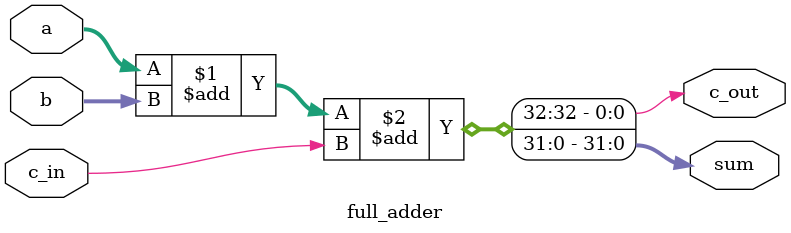
<source format=v>
module full_adder(a, b, c_in, sum, c_out);
    parameter WIDTH = 32;
    
    input [WIDTH-1:0] a, b;
    input c_in;
    output [WIDTH-1:0] sum;
    output c_out;
    
    assign { c_out, sum } = a + b + c_in;
endmodule

</source>
